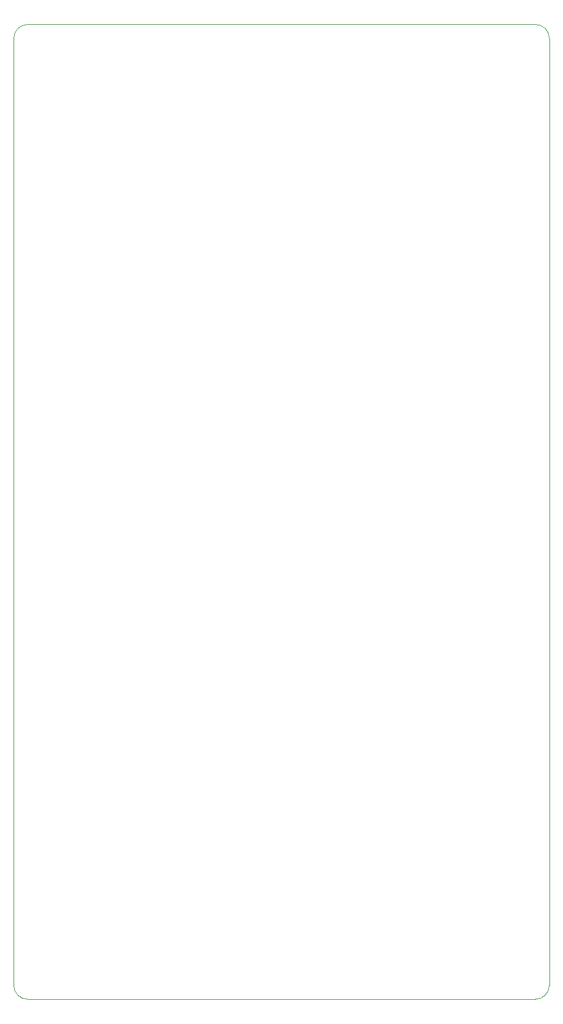
<source format=gbr>
%TF.GenerationSoftware,KiCad,Pcbnew,(7.0.0)*%
%TF.CreationDate,2023-04-04T17:59:29+09:00*%
%TF.ProjectId,fric10key,66726963-3130-46b6-9579-2e6b69636164,rev?*%
%TF.SameCoordinates,Original*%
%TF.FileFunction,Profile,NP*%
%FSLAX46Y46*%
G04 Gerber Fmt 4.6, Leading zero omitted, Abs format (unit mm)*
G04 Created by KiCad (PCBNEW (7.0.0)) date 2023-04-04 17:59:29*
%MOMM*%
%LPD*%
G01*
G04 APERTURE LIST*
%TA.AperFunction,Profile*%
%ADD10C,0.100000*%
%TD*%
G04 APERTURE END LIST*
D10*
X90000000Y-25000000D02*
X90000000Y-161000000D01*
X165000000Y-23000000D02*
X92000000Y-23000000D01*
X167000000Y-161000000D02*
X167000000Y-25000000D01*
X165000000Y-163000000D02*
G75*
G03*
X167000000Y-161000000I0J2000000D01*
G01*
X90000000Y-161000000D02*
G75*
G03*
X92000000Y-163000000I2000000J0D01*
G01*
X92000000Y-23000000D02*
G75*
G03*
X90000000Y-25000000I0J-2000000D01*
G01*
X167000000Y-25000000D02*
G75*
G03*
X165000000Y-23000000I-2000000J0D01*
G01*
X92000000Y-163000000D02*
X165000000Y-163000000D01*
M02*

</source>
